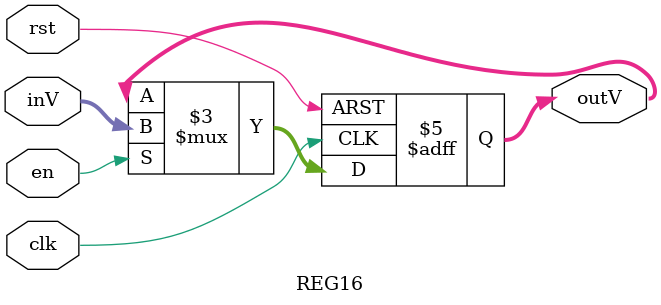
<source format=v>
`timescale 1ns / 1ps
module REG16(inV,outV,clk,rst,en);
    input [15:0] inV;
    output [15:0] outV;
    input clk;
    input rst;
    input en;
    reg [15:0] outV;
	 
	 always @ (posedge clk, posedge rst) 
	 begin
		if(rst)
			outV = 15'd0;
		else
		begin
			if(en)
				outV = inV;
		end
	 end
	 


endmodule

</source>
